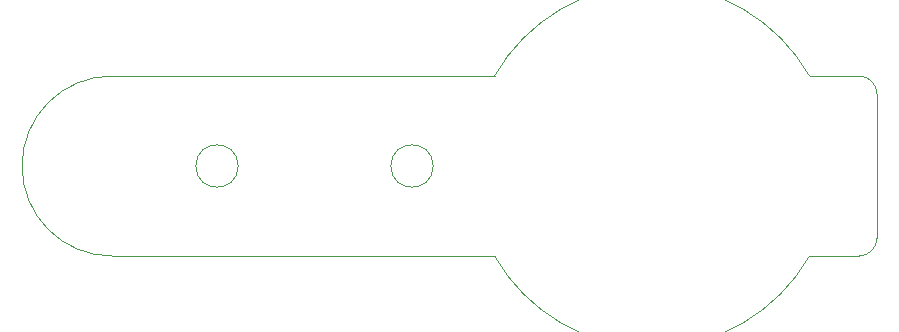
<source format=gm1>
%TF.GenerationSoftware,KiCad,Pcbnew,(6.0.0)*%
%TF.CreationDate,2023-05-18T20:33:58-04:00*%
%TF.ProjectId,Project One _ Torchlight,50726f6a-6563-4742-904f-6e65205f2054,1.1*%
%TF.SameCoordinates,Original*%
%TF.FileFunction,Profile,NP*%
%FSLAX46Y46*%
G04 Gerber Fmt 4.6, Leading zero omitted, Abs format (unit mm)*
G04 Created by KiCad (PCBNEW (6.0.0)) date 2023-05-18 20:33:58*
%MOMM*%
%LPD*%
G01*
G04 APERTURE LIST*
%TA.AperFunction,Profile*%
%ADD10C,0.100000*%
%TD*%
G04 APERTURE END LIST*
D10*
X102126051Y-95250000D02*
G75*
G03*
X102126051Y-95250000I-1796051J0D01*
G01*
X118636051Y-95250000D02*
G75*
G03*
X118636051Y-95250000I-1796051J0D01*
G01*
X123825000Y-102870000D02*
G75*
G03*
X150495000Y-102870000I13335000J7620000D01*
G01*
X150495000Y-102870000D02*
X154686000Y-102870000D01*
X150495000Y-87630000D02*
G75*
G03*
X123825000Y-87630000I-13335000J-7620000D01*
G01*
X150495000Y-87630000D02*
X154686000Y-87630000D01*
X123825000Y-102870000D02*
X91440000Y-102870000D01*
X154686000Y-102870000D02*
G75*
G03*
X156210000Y-101346000I1J1523999D01*
G01*
X91440000Y-87630000D02*
G75*
G03*
X91440000Y-102870000I0J-7620000D01*
G01*
X156210000Y-89154000D02*
X156210000Y-101346000D01*
X156210000Y-89154000D02*
G75*
G03*
X154686000Y-87630000I-1523999J1D01*
G01*
X91440000Y-87630000D02*
X123825000Y-87630000D01*
M02*

</source>
